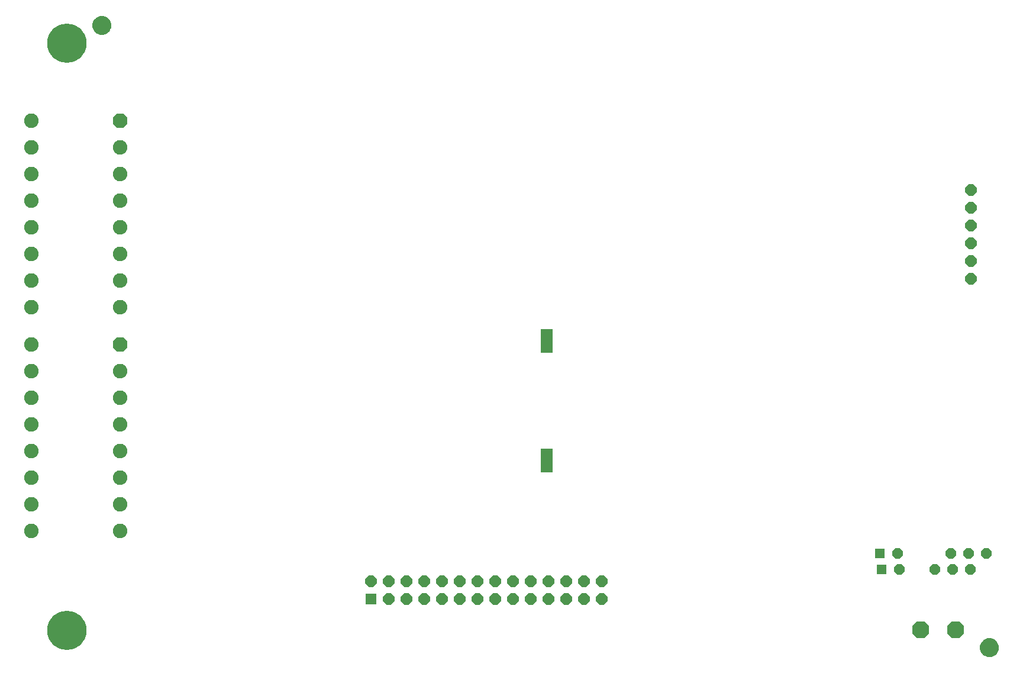
<source format=gbs>
G75*
%MOIN*%
%OFA0B0*%
%FSLAX25Y25*%
%IPPOS*%
%LPD*%
%AMOC8*
5,1,8,0,0,1.08239X$1,22.5*
%
%ADD10R,0.06500X0.13500*%
%ADD11C,0.13098*%
%ADD12OC8,0.06406*%
%ADD13R,0.06406X0.06406*%
%ADD14C,0.00500*%
%ADD15OC8,0.08177*%
%ADD16C,0.08177*%
%ADD17OC8,0.09555*%
%ADD18R,0.05815X0.05815*%
%ADD19OC8,0.05815*%
%ADD20C,0.22154*%
D10*
X0408188Y0183270D03*
X0408188Y0250520D03*
D11*
X0137995Y0087673D03*
X0137995Y0418382D03*
D12*
X0309333Y0115232D03*
X0319333Y0115232D03*
X0329333Y0115232D03*
X0339333Y0115232D03*
X0349333Y0115232D03*
X0359333Y0115232D03*
X0369333Y0115232D03*
X0379333Y0115232D03*
X0389333Y0115232D03*
X0399333Y0115232D03*
X0409333Y0115232D03*
X0419333Y0115232D03*
X0429333Y0115232D03*
X0439333Y0115232D03*
X0439333Y0105232D03*
X0429333Y0105232D03*
X0419333Y0105232D03*
X0409333Y0105232D03*
X0399333Y0105232D03*
X0389333Y0105232D03*
X0379333Y0105232D03*
X0369333Y0105232D03*
X0359333Y0105232D03*
X0349333Y0105232D03*
X0339333Y0105232D03*
X0329333Y0105232D03*
X0319333Y0105232D03*
X0647438Y0285520D03*
X0647438Y0295520D03*
X0647438Y0305520D03*
X0647438Y0315520D03*
X0647438Y0325520D03*
X0647438Y0335520D03*
D13*
X0309333Y0105232D03*
D14*
X0652680Y0077831D02*
X0652756Y0078699D01*
X0652981Y0079541D01*
X0653350Y0080331D01*
X0653850Y0081045D01*
X0654466Y0081661D01*
X0655180Y0082161D01*
X0655970Y0082529D01*
X0656812Y0082755D01*
X0657680Y0082831D01*
X0658548Y0082755D01*
X0659390Y0082529D01*
X0660180Y0082161D01*
X0660894Y0081661D01*
X0661510Y0081045D01*
X0662010Y0080331D01*
X0662378Y0079541D01*
X0662604Y0078699D01*
X0662680Y0077831D01*
X0662604Y0076962D01*
X0662378Y0076121D01*
X0662010Y0075331D01*
X0661510Y0074617D01*
X0660894Y0074000D01*
X0660180Y0073501D01*
X0659390Y0073132D01*
X0658548Y0072907D01*
X0657680Y0072831D01*
X0656812Y0072907D01*
X0655970Y0073132D01*
X0655180Y0073501D01*
X0654466Y0074000D01*
X0653850Y0074617D01*
X0653350Y0075331D01*
X0652981Y0076121D01*
X0652756Y0076962D01*
X0652680Y0077831D01*
X0652693Y0077984D02*
X0662666Y0077984D01*
X0662650Y0077485D02*
X0652710Y0077485D01*
X0652754Y0076987D02*
X0662606Y0076987D01*
X0662477Y0076488D02*
X0652883Y0076488D01*
X0653042Y0075990D02*
X0662317Y0075990D01*
X0662085Y0075491D02*
X0653275Y0075491D01*
X0653586Y0074993D02*
X0661773Y0074993D01*
X0661388Y0074494D02*
X0653972Y0074494D01*
X0654472Y0073996D02*
X0660887Y0073996D01*
X0660173Y0073497D02*
X0655187Y0073497D01*
X0656468Y0072999D02*
X0658892Y0072999D01*
X0662623Y0078482D02*
X0652737Y0078482D01*
X0652831Y0078981D02*
X0662528Y0078981D01*
X0662395Y0079479D02*
X0652965Y0079479D01*
X0653185Y0079978D02*
X0662174Y0079978D01*
X0661908Y0080477D02*
X0653452Y0080477D01*
X0653801Y0080975D02*
X0661559Y0080975D01*
X0661081Y0081474D02*
X0654278Y0081474D01*
X0654910Y0081972D02*
X0660449Y0081972D01*
X0659516Y0082471D02*
X0655844Y0082471D01*
X0162010Y0425724D02*
X0161510Y0425010D01*
X0160894Y0424394D01*
X0160180Y0423894D01*
X0159390Y0423526D01*
X0158548Y0423300D01*
X0157680Y0423224D01*
X0156812Y0423300D01*
X0155970Y0423526D01*
X0155180Y0423894D01*
X0154466Y0424394D01*
X0153850Y0425010D01*
X0153350Y0425724D01*
X0152981Y0426514D01*
X0152756Y0427356D01*
X0152680Y0428224D01*
X0152756Y0429093D01*
X0152981Y0429935D01*
X0153350Y0430724D01*
X0153850Y0431438D01*
X0154466Y0432055D01*
X0155180Y0432555D01*
X0155970Y0432923D01*
X0156812Y0433148D01*
X0157680Y0433224D01*
X0158548Y0433148D01*
X0159390Y0432923D01*
X0160180Y0432555D01*
X0160894Y0432055D01*
X0161510Y0431438D01*
X0162010Y0430724D01*
X0162378Y0429935D01*
X0162604Y0429093D01*
X0162680Y0428224D01*
X0162604Y0427356D01*
X0162378Y0426514D01*
X0162010Y0425724D01*
X0162113Y0425945D02*
X0153247Y0425945D01*
X0153014Y0426443D02*
X0162345Y0426443D01*
X0162493Y0426942D02*
X0152867Y0426942D01*
X0152748Y0427440D02*
X0162611Y0427440D01*
X0162655Y0427939D02*
X0152705Y0427939D01*
X0152698Y0428437D02*
X0162661Y0428437D01*
X0162618Y0428936D02*
X0152742Y0428936D01*
X0152847Y0429434D02*
X0162512Y0429434D01*
X0162379Y0429933D02*
X0152981Y0429933D01*
X0153213Y0430431D02*
X0162147Y0430431D01*
X0161866Y0430930D02*
X0153494Y0430930D01*
X0153843Y0431428D02*
X0161517Y0431428D01*
X0161021Y0431927D02*
X0154338Y0431927D01*
X0154995Y0432426D02*
X0160364Y0432426D01*
X0159386Y0432924D02*
X0155974Y0432924D01*
X0153544Y0425446D02*
X0161815Y0425446D01*
X0161447Y0424948D02*
X0153912Y0424948D01*
X0154411Y0424449D02*
X0160949Y0424449D01*
X0160261Y0423951D02*
X0155099Y0423951D01*
X0156245Y0423452D02*
X0159115Y0423452D01*
D15*
X0168113Y0374425D03*
X0168113Y0248441D03*
D16*
X0168113Y0233441D03*
X0168113Y0218441D03*
X0168113Y0203441D03*
X0168113Y0188441D03*
X0168113Y0173441D03*
X0168113Y0158441D03*
X0168113Y0143441D03*
X0118113Y0143441D03*
X0118113Y0158441D03*
X0118113Y0173441D03*
X0118113Y0188441D03*
X0118113Y0203441D03*
X0118113Y0218441D03*
X0118113Y0233441D03*
X0118113Y0248441D03*
X0118113Y0269425D03*
X0118113Y0284425D03*
X0118113Y0299425D03*
X0118113Y0314425D03*
X0118113Y0329425D03*
X0118113Y0344425D03*
X0118113Y0359425D03*
X0118113Y0374425D03*
X0168113Y0359425D03*
X0168113Y0344425D03*
X0168113Y0329425D03*
X0168113Y0314425D03*
X0168113Y0299425D03*
X0168113Y0284425D03*
X0168113Y0269425D03*
D17*
X0618845Y0088020D03*
X0638530Y0088020D03*
D18*
X0596938Y0121770D03*
X0595938Y0130770D03*
D19*
X0605938Y0130770D03*
X0606938Y0121770D03*
X0626938Y0121770D03*
X0636938Y0121770D03*
X0635938Y0130770D03*
X0645938Y0130770D03*
X0655938Y0130770D03*
X0646938Y0121770D03*
D20*
X0137995Y0087673D03*
X0137995Y0418382D03*
M02*

</source>
